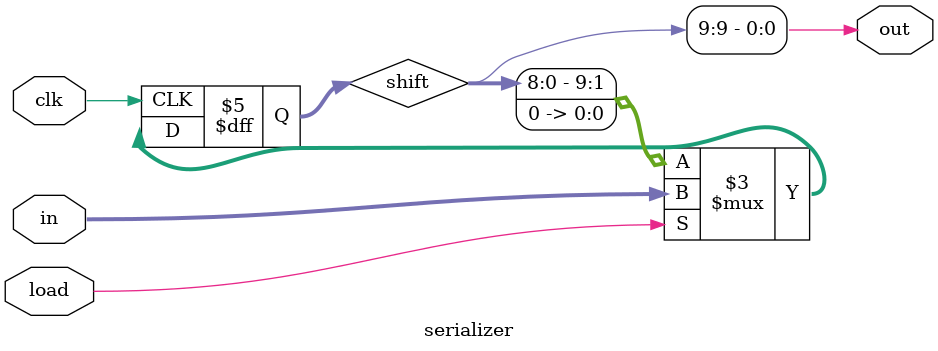
<source format=sv>

module ser_div(clk , out, load);

input wire clk;
output reg out; //output wire out;
output reg load;

reg [3:0] cnt;

initial cnt = 0;

always @(posedge clk)
  if(cnt == 9)
    cnt <= 4'b0000;
  else
    cnt <= cnt+1;

always @(posedge clk)
  out <= cnt[2]; 

wire load_cnt;
assign load_cnt = (cnt == 3);

always @(posedge clk)
  load <= load_cnt;

endmodule

module serializer(clk, load, in, out);
input wire clk, load;
input wire [9:0] in;
output wire out;

reg [9:0] shift;

always @(posedge clk)
if(load)
    shift <= in;
else
    shift <= {shift[8:0], 1'b0};

assign out = shift[9];

endmodule

</source>
